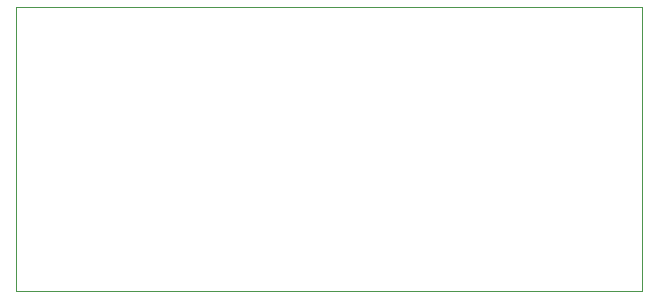
<source format=gbr>
%TF.GenerationSoftware,KiCad,Pcbnew,5.99.0+really5.1.12+dfsg1-1*%
%TF.CreationDate,2022-01-03T14:28:05-08:00*%
%TF.ProjectId,voltage_cuttoff_1s_minimal_parts,766f6c74-6167-4655-9f63-7574746f6666,rev?*%
%TF.SameCoordinates,Original*%
%TF.FileFunction,Profile,NP*%
%FSLAX46Y46*%
G04 Gerber Fmt 4.6, Leading zero omitted, Abs format (unit mm)*
G04 Created by KiCad (PCBNEW 5.99.0+really5.1.12+dfsg1-1) date 2022-01-03 14:28:05*
%MOMM*%
%LPD*%
G01*
G04 APERTURE LIST*
%TA.AperFunction,Profile*%
%ADD10C,0.050000*%
%TD*%
G04 APERTURE END LIST*
D10*
X127000000Y-95000000D02*
X127000000Y-119000000D01*
X180000000Y-95000000D02*
X127000000Y-95000000D01*
X180000000Y-119000000D02*
X180000000Y-95000000D01*
X127000000Y-119000000D02*
X180000000Y-119000000D01*
M02*

</source>
